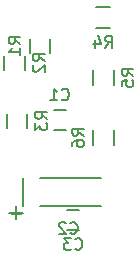
<source format=gbr>
G04 #@! TF.FileFunction,Legend,Bot*
%FSLAX46Y46*%
G04 Gerber Fmt 4.6, Leading zero omitted, Abs format (unit mm)*
G04 Created by KiCad (PCBNEW 4.0.2-stable) date 08/04/2016 14:29:52*
%MOMM*%
G01*
G04 APERTURE LIST*
%ADD10C,0.100000*%
%ADD11C,0.150000*%
G04 APERTURE END LIST*
D10*
D11*
X194430000Y-119320000D02*
X195430000Y-119320000D01*
X195430000Y-121020000D02*
X194430000Y-121020000D01*
X194135000Y-114510000D02*
X194135000Y-113310000D01*
X192385000Y-113310000D02*
X192385000Y-114510000D01*
X190235000Y-114740000D02*
X190235000Y-115940000D01*
X191985000Y-115940000D02*
X191985000Y-114740000D01*
X190455000Y-119650000D02*
X190455000Y-120850000D01*
X192205000Y-120850000D02*
X192205000Y-119650000D01*
X199228000Y-110631000D02*
X198028000Y-110631000D01*
X198028000Y-112381000D02*
X199228000Y-112381000D01*
X197753000Y-115986000D02*
X197753000Y-117186000D01*
X199503000Y-117186000D02*
X199503000Y-115986000D01*
X199503000Y-122266000D02*
X199503000Y-121066000D01*
X197753000Y-121066000D02*
X197753000Y-122266000D01*
X193259040Y-125091120D02*
X198460960Y-125091120D01*
X198460960Y-127488880D02*
X193259040Y-127488880D01*
X191260060Y-128588700D02*
X191260060Y-127488880D01*
X190660620Y-128088320D02*
X191859500Y-128088320D01*
X191864580Y-127488880D02*
X191864580Y-125091120D01*
X196580000Y-129490000D02*
X195580000Y-129490000D01*
X195580000Y-127790000D02*
X196580000Y-127790000D01*
X195096666Y-118427143D02*
X195144285Y-118474762D01*
X195287142Y-118522381D01*
X195382380Y-118522381D01*
X195525238Y-118474762D01*
X195620476Y-118379524D01*
X195668095Y-118284286D01*
X195715714Y-118093810D01*
X195715714Y-117950952D01*
X195668095Y-117760476D01*
X195620476Y-117665238D01*
X195525238Y-117570000D01*
X195382380Y-117522381D01*
X195287142Y-117522381D01*
X195144285Y-117570000D01*
X195096666Y-117617619D01*
X194144285Y-118522381D02*
X194715714Y-118522381D01*
X194430000Y-118522381D02*
X194430000Y-117522381D01*
X194525238Y-117665238D01*
X194620476Y-117760476D01*
X194715714Y-117808095D01*
X191612381Y-113743334D02*
X191136190Y-113410000D01*
X191612381Y-113171905D02*
X190612381Y-113171905D01*
X190612381Y-113552858D01*
X190660000Y-113648096D01*
X190707619Y-113695715D01*
X190802857Y-113743334D01*
X190945714Y-113743334D01*
X191040952Y-113695715D01*
X191088571Y-113648096D01*
X191136190Y-113552858D01*
X191136190Y-113171905D01*
X191612381Y-114695715D02*
X191612381Y-114124286D01*
X191612381Y-114410000D02*
X190612381Y-114410000D01*
X190755238Y-114314762D01*
X190850476Y-114219524D01*
X190898095Y-114124286D01*
X193662381Y-115173334D02*
X193186190Y-114840000D01*
X193662381Y-114601905D02*
X192662381Y-114601905D01*
X192662381Y-114982858D01*
X192710000Y-115078096D01*
X192757619Y-115125715D01*
X192852857Y-115173334D01*
X192995714Y-115173334D01*
X193090952Y-115125715D01*
X193138571Y-115078096D01*
X193186190Y-114982858D01*
X193186190Y-114601905D01*
X192757619Y-115554286D02*
X192710000Y-115601905D01*
X192662381Y-115697143D01*
X192662381Y-115935239D01*
X192710000Y-116030477D01*
X192757619Y-116078096D01*
X192852857Y-116125715D01*
X192948095Y-116125715D01*
X193090952Y-116078096D01*
X193662381Y-115506667D01*
X193662381Y-116125715D01*
X193882381Y-120083334D02*
X193406190Y-119750000D01*
X193882381Y-119511905D02*
X192882381Y-119511905D01*
X192882381Y-119892858D01*
X192930000Y-119988096D01*
X192977619Y-120035715D01*
X193072857Y-120083334D01*
X193215714Y-120083334D01*
X193310952Y-120035715D01*
X193358571Y-119988096D01*
X193406190Y-119892858D01*
X193406190Y-119511905D01*
X192882381Y-120416667D02*
X192882381Y-121035715D01*
X193263333Y-120702381D01*
X193263333Y-120845239D01*
X193310952Y-120940477D01*
X193358571Y-120988096D01*
X193453810Y-121035715D01*
X193691905Y-121035715D01*
X193787143Y-120988096D01*
X193834762Y-120940477D01*
X193882381Y-120845239D01*
X193882381Y-120559524D01*
X193834762Y-120464286D01*
X193787143Y-120416667D01*
X198794666Y-114058381D02*
X199128000Y-113582190D01*
X199366095Y-114058381D02*
X199366095Y-113058381D01*
X198985142Y-113058381D01*
X198889904Y-113106000D01*
X198842285Y-113153619D01*
X198794666Y-113248857D01*
X198794666Y-113391714D01*
X198842285Y-113486952D01*
X198889904Y-113534571D01*
X198985142Y-113582190D01*
X199366095Y-113582190D01*
X197937523Y-113391714D02*
X197937523Y-114058381D01*
X198175619Y-113010762D02*
X198413714Y-113725048D01*
X197794666Y-113725048D01*
X201180381Y-116419334D02*
X200704190Y-116086000D01*
X201180381Y-115847905D02*
X200180381Y-115847905D01*
X200180381Y-116228858D01*
X200228000Y-116324096D01*
X200275619Y-116371715D01*
X200370857Y-116419334D01*
X200513714Y-116419334D01*
X200608952Y-116371715D01*
X200656571Y-116324096D01*
X200704190Y-116228858D01*
X200704190Y-115847905D01*
X200180381Y-117324096D02*
X200180381Y-116847905D01*
X200656571Y-116800286D01*
X200608952Y-116847905D01*
X200561333Y-116943143D01*
X200561333Y-117181239D01*
X200608952Y-117276477D01*
X200656571Y-117324096D01*
X200751810Y-117371715D01*
X200989905Y-117371715D01*
X201085143Y-117324096D01*
X201132762Y-117276477D01*
X201180381Y-117181239D01*
X201180381Y-116943143D01*
X201132762Y-116847905D01*
X201085143Y-116800286D01*
X196980381Y-121499334D02*
X196504190Y-121166000D01*
X196980381Y-120927905D02*
X195980381Y-120927905D01*
X195980381Y-121308858D01*
X196028000Y-121404096D01*
X196075619Y-121451715D01*
X196170857Y-121499334D01*
X196313714Y-121499334D01*
X196408952Y-121451715D01*
X196456571Y-121404096D01*
X196504190Y-121308858D01*
X196504190Y-120927905D01*
X195980381Y-122356477D02*
X195980381Y-122166000D01*
X196028000Y-122070762D01*
X196075619Y-122023143D01*
X196218476Y-121927905D01*
X196408952Y-121880286D01*
X196789905Y-121880286D01*
X196885143Y-121927905D01*
X196932762Y-121975524D01*
X196980381Y-122070762D01*
X196980381Y-122261239D01*
X196932762Y-122356477D01*
X196885143Y-122404096D01*
X196789905Y-122451715D01*
X196551810Y-122451715D01*
X196456571Y-122404096D01*
X196408952Y-122356477D01*
X196361333Y-122261239D01*
X196361333Y-122070762D01*
X196408952Y-121975524D01*
X196456571Y-121927905D01*
X196551810Y-121880286D01*
X195826006Y-129745943D02*
X195873625Y-129793562D01*
X196016482Y-129841181D01*
X196111720Y-129841181D01*
X196254578Y-129793562D01*
X196349816Y-129698324D01*
X196397435Y-129603086D01*
X196445054Y-129412610D01*
X196445054Y-129269752D01*
X196397435Y-129079276D01*
X196349816Y-128984038D01*
X196254578Y-128888800D01*
X196111720Y-128841181D01*
X196016482Y-128841181D01*
X195873625Y-128888800D01*
X195826006Y-128936419D01*
X195445054Y-128936419D02*
X195397435Y-128888800D01*
X195302197Y-128841181D01*
X195064101Y-128841181D01*
X194968863Y-128888800D01*
X194921244Y-128936419D01*
X194873625Y-129031657D01*
X194873625Y-129126895D01*
X194921244Y-129269752D01*
X195492673Y-129841181D01*
X194873625Y-129841181D01*
X191641012Y-128162289D02*
X190879107Y-128162289D01*
X191260059Y-128543241D02*
X191260059Y-127781336D01*
X196246666Y-131097143D02*
X196294285Y-131144762D01*
X196437142Y-131192381D01*
X196532380Y-131192381D01*
X196675238Y-131144762D01*
X196770476Y-131049524D01*
X196818095Y-130954286D01*
X196865714Y-130763810D01*
X196865714Y-130620952D01*
X196818095Y-130430476D01*
X196770476Y-130335238D01*
X196675238Y-130240000D01*
X196532380Y-130192381D01*
X196437142Y-130192381D01*
X196294285Y-130240000D01*
X196246666Y-130287619D01*
X195913333Y-130192381D02*
X195294285Y-130192381D01*
X195627619Y-130573333D01*
X195484761Y-130573333D01*
X195389523Y-130620952D01*
X195341904Y-130668571D01*
X195294285Y-130763810D01*
X195294285Y-131001905D01*
X195341904Y-131097143D01*
X195389523Y-131144762D01*
X195484761Y-131192381D01*
X195770476Y-131192381D01*
X195865714Y-131144762D01*
X195913333Y-131097143D01*
M02*

</source>
